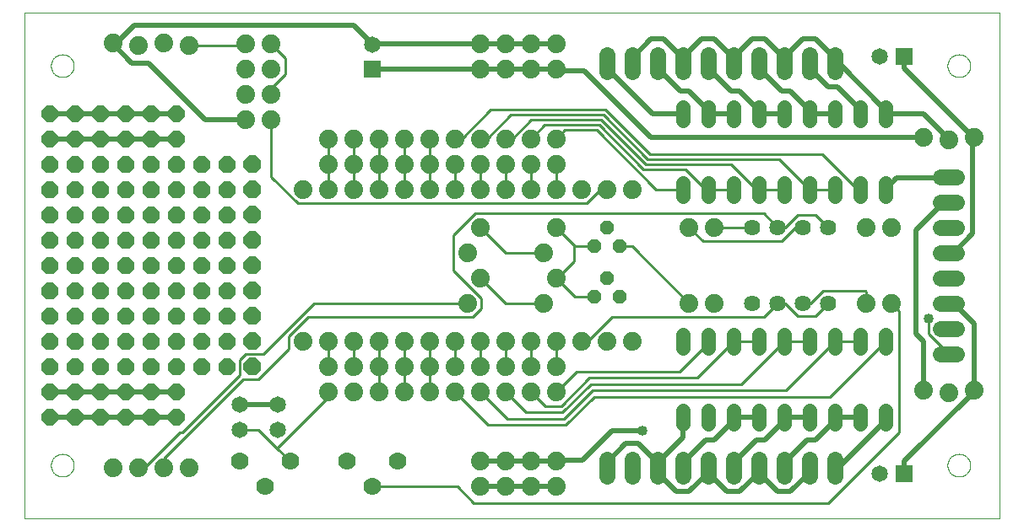
<source format=gtl>
G75*
%MOIN*%
%OFA0B0*%
%FSLAX25Y25*%
%IPPOS*%
%LPD*%
%AMOC8*
5,1,8,0,0,1.08239X$1,22.5*
%
%ADD10C,0.00000*%
%ADD11C,0.07400*%
%ADD12C,0.06400*%
%ADD13C,0.05600*%
%ADD14C,0.06500*%
%ADD15R,0.06500X0.06500*%
%ADD16C,0.06400*%
%ADD17OC8,0.06600*%
%ADD18C,0.07000*%
%ADD19OC8,0.06400*%
%ADD20OC8,0.07000*%
%ADD21OC8,0.05600*%
%ADD22C,0.02000*%
%ADD23C,0.04000*%
%ADD24C,0.01000*%
D10*
X0001000Y0001000D02*
X0001000Y0201000D01*
X0386000Y0201000D01*
X0386000Y0001000D01*
X0001000Y0001000D01*
X0011500Y0022000D02*
X0011502Y0022134D01*
X0011508Y0022268D01*
X0011518Y0022401D01*
X0011532Y0022535D01*
X0011550Y0022668D01*
X0011572Y0022800D01*
X0011597Y0022931D01*
X0011627Y0023062D01*
X0011661Y0023192D01*
X0011698Y0023320D01*
X0011739Y0023448D01*
X0011784Y0023574D01*
X0011833Y0023699D01*
X0011885Y0023822D01*
X0011941Y0023944D01*
X0012001Y0024064D01*
X0012064Y0024182D01*
X0012131Y0024298D01*
X0012201Y0024412D01*
X0012275Y0024524D01*
X0012352Y0024634D01*
X0012432Y0024742D01*
X0012515Y0024847D01*
X0012601Y0024949D01*
X0012690Y0025049D01*
X0012783Y0025146D01*
X0012878Y0025241D01*
X0012976Y0025332D01*
X0013076Y0025421D01*
X0013179Y0025506D01*
X0013285Y0025589D01*
X0013393Y0025668D01*
X0013503Y0025744D01*
X0013616Y0025817D01*
X0013731Y0025886D01*
X0013847Y0025952D01*
X0013966Y0026014D01*
X0014086Y0026073D01*
X0014209Y0026128D01*
X0014332Y0026180D01*
X0014457Y0026227D01*
X0014584Y0026271D01*
X0014712Y0026312D01*
X0014841Y0026348D01*
X0014971Y0026381D01*
X0015102Y0026409D01*
X0015233Y0026434D01*
X0015366Y0026455D01*
X0015499Y0026472D01*
X0015632Y0026485D01*
X0015766Y0026494D01*
X0015900Y0026499D01*
X0016034Y0026500D01*
X0016167Y0026497D01*
X0016301Y0026490D01*
X0016435Y0026479D01*
X0016568Y0026464D01*
X0016701Y0026445D01*
X0016833Y0026422D01*
X0016964Y0026396D01*
X0017094Y0026365D01*
X0017224Y0026330D01*
X0017352Y0026292D01*
X0017479Y0026250D01*
X0017605Y0026204D01*
X0017730Y0026154D01*
X0017853Y0026101D01*
X0017974Y0026044D01*
X0018094Y0025983D01*
X0018211Y0025919D01*
X0018327Y0025852D01*
X0018441Y0025781D01*
X0018552Y0025706D01*
X0018661Y0025629D01*
X0018768Y0025548D01*
X0018873Y0025464D01*
X0018974Y0025377D01*
X0019074Y0025287D01*
X0019170Y0025194D01*
X0019264Y0025098D01*
X0019355Y0024999D01*
X0019442Y0024898D01*
X0019527Y0024794D01*
X0019609Y0024688D01*
X0019687Y0024580D01*
X0019762Y0024469D01*
X0019834Y0024356D01*
X0019903Y0024240D01*
X0019968Y0024123D01*
X0020029Y0024004D01*
X0020087Y0023883D01*
X0020141Y0023761D01*
X0020192Y0023637D01*
X0020239Y0023511D01*
X0020282Y0023384D01*
X0020321Y0023256D01*
X0020357Y0023127D01*
X0020388Y0022997D01*
X0020416Y0022866D01*
X0020440Y0022734D01*
X0020460Y0022601D01*
X0020476Y0022468D01*
X0020488Y0022335D01*
X0020496Y0022201D01*
X0020500Y0022067D01*
X0020500Y0021933D01*
X0020496Y0021799D01*
X0020488Y0021665D01*
X0020476Y0021532D01*
X0020460Y0021399D01*
X0020440Y0021266D01*
X0020416Y0021134D01*
X0020388Y0021003D01*
X0020357Y0020873D01*
X0020321Y0020744D01*
X0020282Y0020616D01*
X0020239Y0020489D01*
X0020192Y0020363D01*
X0020141Y0020239D01*
X0020087Y0020117D01*
X0020029Y0019996D01*
X0019968Y0019877D01*
X0019903Y0019760D01*
X0019834Y0019644D01*
X0019762Y0019531D01*
X0019687Y0019420D01*
X0019609Y0019312D01*
X0019527Y0019206D01*
X0019442Y0019102D01*
X0019355Y0019001D01*
X0019264Y0018902D01*
X0019170Y0018806D01*
X0019074Y0018713D01*
X0018974Y0018623D01*
X0018873Y0018536D01*
X0018768Y0018452D01*
X0018661Y0018371D01*
X0018552Y0018294D01*
X0018441Y0018219D01*
X0018327Y0018148D01*
X0018211Y0018081D01*
X0018094Y0018017D01*
X0017974Y0017956D01*
X0017853Y0017899D01*
X0017730Y0017846D01*
X0017605Y0017796D01*
X0017479Y0017750D01*
X0017352Y0017708D01*
X0017224Y0017670D01*
X0017094Y0017635D01*
X0016964Y0017604D01*
X0016833Y0017578D01*
X0016701Y0017555D01*
X0016568Y0017536D01*
X0016435Y0017521D01*
X0016301Y0017510D01*
X0016167Y0017503D01*
X0016034Y0017500D01*
X0015900Y0017501D01*
X0015766Y0017506D01*
X0015632Y0017515D01*
X0015499Y0017528D01*
X0015366Y0017545D01*
X0015233Y0017566D01*
X0015102Y0017591D01*
X0014971Y0017619D01*
X0014841Y0017652D01*
X0014712Y0017688D01*
X0014584Y0017729D01*
X0014457Y0017773D01*
X0014332Y0017820D01*
X0014209Y0017872D01*
X0014086Y0017927D01*
X0013966Y0017986D01*
X0013847Y0018048D01*
X0013731Y0018114D01*
X0013616Y0018183D01*
X0013503Y0018256D01*
X0013393Y0018332D01*
X0013285Y0018411D01*
X0013179Y0018494D01*
X0013076Y0018579D01*
X0012976Y0018668D01*
X0012878Y0018759D01*
X0012783Y0018854D01*
X0012690Y0018951D01*
X0012601Y0019051D01*
X0012515Y0019153D01*
X0012432Y0019258D01*
X0012352Y0019366D01*
X0012275Y0019476D01*
X0012201Y0019588D01*
X0012131Y0019702D01*
X0012064Y0019818D01*
X0012001Y0019936D01*
X0011941Y0020056D01*
X0011885Y0020178D01*
X0011833Y0020301D01*
X0011784Y0020426D01*
X0011739Y0020552D01*
X0011698Y0020680D01*
X0011661Y0020808D01*
X0011627Y0020938D01*
X0011597Y0021069D01*
X0011572Y0021200D01*
X0011550Y0021332D01*
X0011532Y0021465D01*
X0011518Y0021599D01*
X0011508Y0021732D01*
X0011502Y0021866D01*
X0011500Y0022000D01*
X0011500Y0180000D02*
X0011502Y0180134D01*
X0011508Y0180268D01*
X0011518Y0180401D01*
X0011532Y0180535D01*
X0011550Y0180668D01*
X0011572Y0180800D01*
X0011597Y0180931D01*
X0011627Y0181062D01*
X0011661Y0181192D01*
X0011698Y0181320D01*
X0011739Y0181448D01*
X0011784Y0181574D01*
X0011833Y0181699D01*
X0011885Y0181822D01*
X0011941Y0181944D01*
X0012001Y0182064D01*
X0012064Y0182182D01*
X0012131Y0182298D01*
X0012201Y0182412D01*
X0012275Y0182524D01*
X0012352Y0182634D01*
X0012432Y0182742D01*
X0012515Y0182847D01*
X0012601Y0182949D01*
X0012690Y0183049D01*
X0012783Y0183146D01*
X0012878Y0183241D01*
X0012976Y0183332D01*
X0013076Y0183421D01*
X0013179Y0183506D01*
X0013285Y0183589D01*
X0013393Y0183668D01*
X0013503Y0183744D01*
X0013616Y0183817D01*
X0013731Y0183886D01*
X0013847Y0183952D01*
X0013966Y0184014D01*
X0014086Y0184073D01*
X0014209Y0184128D01*
X0014332Y0184180D01*
X0014457Y0184227D01*
X0014584Y0184271D01*
X0014712Y0184312D01*
X0014841Y0184348D01*
X0014971Y0184381D01*
X0015102Y0184409D01*
X0015233Y0184434D01*
X0015366Y0184455D01*
X0015499Y0184472D01*
X0015632Y0184485D01*
X0015766Y0184494D01*
X0015900Y0184499D01*
X0016034Y0184500D01*
X0016167Y0184497D01*
X0016301Y0184490D01*
X0016435Y0184479D01*
X0016568Y0184464D01*
X0016701Y0184445D01*
X0016833Y0184422D01*
X0016964Y0184396D01*
X0017094Y0184365D01*
X0017224Y0184330D01*
X0017352Y0184292D01*
X0017479Y0184250D01*
X0017605Y0184204D01*
X0017730Y0184154D01*
X0017853Y0184101D01*
X0017974Y0184044D01*
X0018094Y0183983D01*
X0018211Y0183919D01*
X0018327Y0183852D01*
X0018441Y0183781D01*
X0018552Y0183706D01*
X0018661Y0183629D01*
X0018768Y0183548D01*
X0018873Y0183464D01*
X0018974Y0183377D01*
X0019074Y0183287D01*
X0019170Y0183194D01*
X0019264Y0183098D01*
X0019355Y0182999D01*
X0019442Y0182898D01*
X0019527Y0182794D01*
X0019609Y0182688D01*
X0019687Y0182580D01*
X0019762Y0182469D01*
X0019834Y0182356D01*
X0019903Y0182240D01*
X0019968Y0182123D01*
X0020029Y0182004D01*
X0020087Y0181883D01*
X0020141Y0181761D01*
X0020192Y0181637D01*
X0020239Y0181511D01*
X0020282Y0181384D01*
X0020321Y0181256D01*
X0020357Y0181127D01*
X0020388Y0180997D01*
X0020416Y0180866D01*
X0020440Y0180734D01*
X0020460Y0180601D01*
X0020476Y0180468D01*
X0020488Y0180335D01*
X0020496Y0180201D01*
X0020500Y0180067D01*
X0020500Y0179933D01*
X0020496Y0179799D01*
X0020488Y0179665D01*
X0020476Y0179532D01*
X0020460Y0179399D01*
X0020440Y0179266D01*
X0020416Y0179134D01*
X0020388Y0179003D01*
X0020357Y0178873D01*
X0020321Y0178744D01*
X0020282Y0178616D01*
X0020239Y0178489D01*
X0020192Y0178363D01*
X0020141Y0178239D01*
X0020087Y0178117D01*
X0020029Y0177996D01*
X0019968Y0177877D01*
X0019903Y0177760D01*
X0019834Y0177644D01*
X0019762Y0177531D01*
X0019687Y0177420D01*
X0019609Y0177312D01*
X0019527Y0177206D01*
X0019442Y0177102D01*
X0019355Y0177001D01*
X0019264Y0176902D01*
X0019170Y0176806D01*
X0019074Y0176713D01*
X0018974Y0176623D01*
X0018873Y0176536D01*
X0018768Y0176452D01*
X0018661Y0176371D01*
X0018552Y0176294D01*
X0018441Y0176219D01*
X0018327Y0176148D01*
X0018211Y0176081D01*
X0018094Y0176017D01*
X0017974Y0175956D01*
X0017853Y0175899D01*
X0017730Y0175846D01*
X0017605Y0175796D01*
X0017479Y0175750D01*
X0017352Y0175708D01*
X0017224Y0175670D01*
X0017094Y0175635D01*
X0016964Y0175604D01*
X0016833Y0175578D01*
X0016701Y0175555D01*
X0016568Y0175536D01*
X0016435Y0175521D01*
X0016301Y0175510D01*
X0016167Y0175503D01*
X0016034Y0175500D01*
X0015900Y0175501D01*
X0015766Y0175506D01*
X0015632Y0175515D01*
X0015499Y0175528D01*
X0015366Y0175545D01*
X0015233Y0175566D01*
X0015102Y0175591D01*
X0014971Y0175619D01*
X0014841Y0175652D01*
X0014712Y0175688D01*
X0014584Y0175729D01*
X0014457Y0175773D01*
X0014332Y0175820D01*
X0014209Y0175872D01*
X0014086Y0175927D01*
X0013966Y0175986D01*
X0013847Y0176048D01*
X0013731Y0176114D01*
X0013616Y0176183D01*
X0013503Y0176256D01*
X0013393Y0176332D01*
X0013285Y0176411D01*
X0013179Y0176494D01*
X0013076Y0176579D01*
X0012976Y0176668D01*
X0012878Y0176759D01*
X0012783Y0176854D01*
X0012690Y0176951D01*
X0012601Y0177051D01*
X0012515Y0177153D01*
X0012432Y0177258D01*
X0012352Y0177366D01*
X0012275Y0177476D01*
X0012201Y0177588D01*
X0012131Y0177702D01*
X0012064Y0177818D01*
X0012001Y0177936D01*
X0011941Y0178056D01*
X0011885Y0178178D01*
X0011833Y0178301D01*
X0011784Y0178426D01*
X0011739Y0178552D01*
X0011698Y0178680D01*
X0011661Y0178808D01*
X0011627Y0178938D01*
X0011597Y0179069D01*
X0011572Y0179200D01*
X0011550Y0179332D01*
X0011532Y0179465D01*
X0011518Y0179599D01*
X0011508Y0179732D01*
X0011502Y0179866D01*
X0011500Y0180000D01*
X0365500Y0180000D02*
X0365502Y0180134D01*
X0365508Y0180268D01*
X0365518Y0180401D01*
X0365532Y0180535D01*
X0365550Y0180668D01*
X0365572Y0180800D01*
X0365597Y0180931D01*
X0365627Y0181062D01*
X0365661Y0181192D01*
X0365698Y0181320D01*
X0365739Y0181448D01*
X0365784Y0181574D01*
X0365833Y0181699D01*
X0365885Y0181822D01*
X0365941Y0181944D01*
X0366001Y0182064D01*
X0366064Y0182182D01*
X0366131Y0182298D01*
X0366201Y0182412D01*
X0366275Y0182524D01*
X0366352Y0182634D01*
X0366432Y0182742D01*
X0366515Y0182847D01*
X0366601Y0182949D01*
X0366690Y0183049D01*
X0366783Y0183146D01*
X0366878Y0183241D01*
X0366976Y0183332D01*
X0367076Y0183421D01*
X0367179Y0183506D01*
X0367285Y0183589D01*
X0367393Y0183668D01*
X0367503Y0183744D01*
X0367616Y0183817D01*
X0367731Y0183886D01*
X0367847Y0183952D01*
X0367966Y0184014D01*
X0368086Y0184073D01*
X0368209Y0184128D01*
X0368332Y0184180D01*
X0368457Y0184227D01*
X0368584Y0184271D01*
X0368712Y0184312D01*
X0368841Y0184348D01*
X0368971Y0184381D01*
X0369102Y0184409D01*
X0369233Y0184434D01*
X0369366Y0184455D01*
X0369499Y0184472D01*
X0369632Y0184485D01*
X0369766Y0184494D01*
X0369900Y0184499D01*
X0370034Y0184500D01*
X0370167Y0184497D01*
X0370301Y0184490D01*
X0370435Y0184479D01*
X0370568Y0184464D01*
X0370701Y0184445D01*
X0370833Y0184422D01*
X0370964Y0184396D01*
X0371094Y0184365D01*
X0371224Y0184330D01*
X0371352Y0184292D01*
X0371479Y0184250D01*
X0371605Y0184204D01*
X0371730Y0184154D01*
X0371853Y0184101D01*
X0371974Y0184044D01*
X0372094Y0183983D01*
X0372211Y0183919D01*
X0372327Y0183852D01*
X0372441Y0183781D01*
X0372552Y0183706D01*
X0372661Y0183629D01*
X0372768Y0183548D01*
X0372873Y0183464D01*
X0372974Y0183377D01*
X0373074Y0183287D01*
X0373170Y0183194D01*
X0373264Y0183098D01*
X0373355Y0182999D01*
X0373442Y0182898D01*
X0373527Y0182794D01*
X0373609Y0182688D01*
X0373687Y0182580D01*
X0373762Y0182469D01*
X0373834Y0182356D01*
X0373903Y0182240D01*
X0373968Y0182123D01*
X0374029Y0182004D01*
X0374087Y0181883D01*
X0374141Y0181761D01*
X0374192Y0181637D01*
X0374239Y0181511D01*
X0374282Y0181384D01*
X0374321Y0181256D01*
X0374357Y0181127D01*
X0374388Y0180997D01*
X0374416Y0180866D01*
X0374440Y0180734D01*
X0374460Y0180601D01*
X0374476Y0180468D01*
X0374488Y0180335D01*
X0374496Y0180201D01*
X0374500Y0180067D01*
X0374500Y0179933D01*
X0374496Y0179799D01*
X0374488Y0179665D01*
X0374476Y0179532D01*
X0374460Y0179399D01*
X0374440Y0179266D01*
X0374416Y0179134D01*
X0374388Y0179003D01*
X0374357Y0178873D01*
X0374321Y0178744D01*
X0374282Y0178616D01*
X0374239Y0178489D01*
X0374192Y0178363D01*
X0374141Y0178239D01*
X0374087Y0178117D01*
X0374029Y0177996D01*
X0373968Y0177877D01*
X0373903Y0177760D01*
X0373834Y0177644D01*
X0373762Y0177531D01*
X0373687Y0177420D01*
X0373609Y0177312D01*
X0373527Y0177206D01*
X0373442Y0177102D01*
X0373355Y0177001D01*
X0373264Y0176902D01*
X0373170Y0176806D01*
X0373074Y0176713D01*
X0372974Y0176623D01*
X0372873Y0176536D01*
X0372768Y0176452D01*
X0372661Y0176371D01*
X0372552Y0176294D01*
X0372441Y0176219D01*
X0372327Y0176148D01*
X0372211Y0176081D01*
X0372094Y0176017D01*
X0371974Y0175956D01*
X0371853Y0175899D01*
X0371730Y0175846D01*
X0371605Y0175796D01*
X0371479Y0175750D01*
X0371352Y0175708D01*
X0371224Y0175670D01*
X0371094Y0175635D01*
X0370964Y0175604D01*
X0370833Y0175578D01*
X0370701Y0175555D01*
X0370568Y0175536D01*
X0370435Y0175521D01*
X0370301Y0175510D01*
X0370167Y0175503D01*
X0370034Y0175500D01*
X0369900Y0175501D01*
X0369766Y0175506D01*
X0369632Y0175515D01*
X0369499Y0175528D01*
X0369366Y0175545D01*
X0369233Y0175566D01*
X0369102Y0175591D01*
X0368971Y0175619D01*
X0368841Y0175652D01*
X0368712Y0175688D01*
X0368584Y0175729D01*
X0368457Y0175773D01*
X0368332Y0175820D01*
X0368209Y0175872D01*
X0368086Y0175927D01*
X0367966Y0175986D01*
X0367847Y0176048D01*
X0367731Y0176114D01*
X0367616Y0176183D01*
X0367503Y0176256D01*
X0367393Y0176332D01*
X0367285Y0176411D01*
X0367179Y0176494D01*
X0367076Y0176579D01*
X0366976Y0176668D01*
X0366878Y0176759D01*
X0366783Y0176854D01*
X0366690Y0176951D01*
X0366601Y0177051D01*
X0366515Y0177153D01*
X0366432Y0177258D01*
X0366352Y0177366D01*
X0366275Y0177476D01*
X0366201Y0177588D01*
X0366131Y0177702D01*
X0366064Y0177818D01*
X0366001Y0177936D01*
X0365941Y0178056D01*
X0365885Y0178178D01*
X0365833Y0178301D01*
X0365784Y0178426D01*
X0365739Y0178552D01*
X0365698Y0178680D01*
X0365661Y0178808D01*
X0365627Y0178938D01*
X0365597Y0179069D01*
X0365572Y0179200D01*
X0365550Y0179332D01*
X0365532Y0179465D01*
X0365518Y0179599D01*
X0365508Y0179732D01*
X0365502Y0179866D01*
X0365500Y0180000D01*
X0365500Y0022000D02*
X0365502Y0022134D01*
X0365508Y0022268D01*
X0365518Y0022401D01*
X0365532Y0022535D01*
X0365550Y0022668D01*
X0365572Y0022800D01*
X0365597Y0022931D01*
X0365627Y0023062D01*
X0365661Y0023192D01*
X0365698Y0023320D01*
X0365739Y0023448D01*
X0365784Y0023574D01*
X0365833Y0023699D01*
X0365885Y0023822D01*
X0365941Y0023944D01*
X0366001Y0024064D01*
X0366064Y0024182D01*
X0366131Y0024298D01*
X0366201Y0024412D01*
X0366275Y0024524D01*
X0366352Y0024634D01*
X0366432Y0024742D01*
X0366515Y0024847D01*
X0366601Y0024949D01*
X0366690Y0025049D01*
X0366783Y0025146D01*
X0366878Y0025241D01*
X0366976Y0025332D01*
X0367076Y0025421D01*
X0367179Y0025506D01*
X0367285Y0025589D01*
X0367393Y0025668D01*
X0367503Y0025744D01*
X0367616Y0025817D01*
X0367731Y0025886D01*
X0367847Y0025952D01*
X0367966Y0026014D01*
X0368086Y0026073D01*
X0368209Y0026128D01*
X0368332Y0026180D01*
X0368457Y0026227D01*
X0368584Y0026271D01*
X0368712Y0026312D01*
X0368841Y0026348D01*
X0368971Y0026381D01*
X0369102Y0026409D01*
X0369233Y0026434D01*
X0369366Y0026455D01*
X0369499Y0026472D01*
X0369632Y0026485D01*
X0369766Y0026494D01*
X0369900Y0026499D01*
X0370034Y0026500D01*
X0370167Y0026497D01*
X0370301Y0026490D01*
X0370435Y0026479D01*
X0370568Y0026464D01*
X0370701Y0026445D01*
X0370833Y0026422D01*
X0370964Y0026396D01*
X0371094Y0026365D01*
X0371224Y0026330D01*
X0371352Y0026292D01*
X0371479Y0026250D01*
X0371605Y0026204D01*
X0371730Y0026154D01*
X0371853Y0026101D01*
X0371974Y0026044D01*
X0372094Y0025983D01*
X0372211Y0025919D01*
X0372327Y0025852D01*
X0372441Y0025781D01*
X0372552Y0025706D01*
X0372661Y0025629D01*
X0372768Y0025548D01*
X0372873Y0025464D01*
X0372974Y0025377D01*
X0373074Y0025287D01*
X0373170Y0025194D01*
X0373264Y0025098D01*
X0373355Y0024999D01*
X0373442Y0024898D01*
X0373527Y0024794D01*
X0373609Y0024688D01*
X0373687Y0024580D01*
X0373762Y0024469D01*
X0373834Y0024356D01*
X0373903Y0024240D01*
X0373968Y0024123D01*
X0374029Y0024004D01*
X0374087Y0023883D01*
X0374141Y0023761D01*
X0374192Y0023637D01*
X0374239Y0023511D01*
X0374282Y0023384D01*
X0374321Y0023256D01*
X0374357Y0023127D01*
X0374388Y0022997D01*
X0374416Y0022866D01*
X0374440Y0022734D01*
X0374460Y0022601D01*
X0374476Y0022468D01*
X0374488Y0022335D01*
X0374496Y0022201D01*
X0374500Y0022067D01*
X0374500Y0021933D01*
X0374496Y0021799D01*
X0374488Y0021665D01*
X0374476Y0021532D01*
X0374460Y0021399D01*
X0374440Y0021266D01*
X0374416Y0021134D01*
X0374388Y0021003D01*
X0374357Y0020873D01*
X0374321Y0020744D01*
X0374282Y0020616D01*
X0374239Y0020489D01*
X0374192Y0020363D01*
X0374141Y0020239D01*
X0374087Y0020117D01*
X0374029Y0019996D01*
X0373968Y0019877D01*
X0373903Y0019760D01*
X0373834Y0019644D01*
X0373762Y0019531D01*
X0373687Y0019420D01*
X0373609Y0019312D01*
X0373527Y0019206D01*
X0373442Y0019102D01*
X0373355Y0019001D01*
X0373264Y0018902D01*
X0373170Y0018806D01*
X0373074Y0018713D01*
X0372974Y0018623D01*
X0372873Y0018536D01*
X0372768Y0018452D01*
X0372661Y0018371D01*
X0372552Y0018294D01*
X0372441Y0018219D01*
X0372327Y0018148D01*
X0372211Y0018081D01*
X0372094Y0018017D01*
X0371974Y0017956D01*
X0371853Y0017899D01*
X0371730Y0017846D01*
X0371605Y0017796D01*
X0371479Y0017750D01*
X0371352Y0017708D01*
X0371224Y0017670D01*
X0371094Y0017635D01*
X0370964Y0017604D01*
X0370833Y0017578D01*
X0370701Y0017555D01*
X0370568Y0017536D01*
X0370435Y0017521D01*
X0370301Y0017510D01*
X0370167Y0017503D01*
X0370034Y0017500D01*
X0369900Y0017501D01*
X0369766Y0017506D01*
X0369632Y0017515D01*
X0369499Y0017528D01*
X0369366Y0017545D01*
X0369233Y0017566D01*
X0369102Y0017591D01*
X0368971Y0017619D01*
X0368841Y0017652D01*
X0368712Y0017688D01*
X0368584Y0017729D01*
X0368457Y0017773D01*
X0368332Y0017820D01*
X0368209Y0017872D01*
X0368086Y0017927D01*
X0367966Y0017986D01*
X0367847Y0018048D01*
X0367731Y0018114D01*
X0367616Y0018183D01*
X0367503Y0018256D01*
X0367393Y0018332D01*
X0367285Y0018411D01*
X0367179Y0018494D01*
X0367076Y0018579D01*
X0366976Y0018668D01*
X0366878Y0018759D01*
X0366783Y0018854D01*
X0366690Y0018951D01*
X0366601Y0019051D01*
X0366515Y0019153D01*
X0366432Y0019258D01*
X0366352Y0019366D01*
X0366275Y0019476D01*
X0366201Y0019588D01*
X0366131Y0019702D01*
X0366064Y0019818D01*
X0366001Y0019936D01*
X0365941Y0020056D01*
X0365885Y0020178D01*
X0365833Y0020301D01*
X0365784Y0020426D01*
X0365739Y0020552D01*
X0365698Y0020680D01*
X0365661Y0020808D01*
X0365627Y0020938D01*
X0365597Y0021069D01*
X0365572Y0021200D01*
X0365550Y0021332D01*
X0365532Y0021465D01*
X0365518Y0021599D01*
X0365508Y0021732D01*
X0365502Y0021866D01*
X0365500Y0022000D01*
D11*
X0366000Y0050500D03*
X0356000Y0051500D03*
X0376000Y0051500D03*
X0343500Y0086000D03*
X0333500Y0086000D03*
X0333500Y0116000D03*
X0343500Y0116000D03*
X0366000Y0150500D03*
X0356000Y0151500D03*
X0376000Y0151500D03*
X0273500Y0116000D03*
X0263500Y0116000D03*
X0241000Y0131000D03*
X0231000Y0131000D03*
X0221000Y0131000D03*
X0211000Y0131000D03*
X0201000Y0131000D03*
X0191000Y0131000D03*
X0181000Y0131000D03*
X0171000Y0131000D03*
X0161000Y0131000D03*
X0151000Y0131000D03*
X0141000Y0131000D03*
X0131000Y0131000D03*
X0121000Y0131000D03*
X0111000Y0131000D03*
X0121000Y0141000D03*
X0131000Y0141000D03*
X0141000Y0141000D03*
X0151000Y0141000D03*
X0161000Y0141000D03*
X0171000Y0141000D03*
X0181000Y0141000D03*
X0191000Y0141000D03*
X0201000Y0141000D03*
X0211000Y0141000D03*
X0211000Y0151000D03*
X0201000Y0151000D03*
X0191000Y0151000D03*
X0181000Y0151000D03*
X0171000Y0151000D03*
X0161000Y0151000D03*
X0151000Y0151000D03*
X0141000Y0151000D03*
X0131000Y0151000D03*
X0121000Y0151000D03*
X0098500Y0158500D03*
X0088500Y0158500D03*
X0088500Y0168500D03*
X0098500Y0168500D03*
X0098500Y0178500D03*
X0088500Y0178500D03*
X0088500Y0188500D03*
X0098500Y0188500D03*
X0066000Y0188000D03*
X0056000Y0189000D03*
X0046000Y0188000D03*
X0036000Y0189000D03*
X0181000Y0188500D03*
X0191000Y0188500D03*
X0201000Y0188500D03*
X0211000Y0188500D03*
X0211000Y0178500D03*
X0201000Y0178500D03*
X0191000Y0178500D03*
X0181000Y0178500D03*
X0181000Y0116000D03*
X0176000Y0106000D03*
X0181000Y0096000D03*
X0176000Y0086000D03*
X0171000Y0071000D03*
X0181000Y0071000D03*
X0191000Y0071000D03*
X0201000Y0071000D03*
X0211000Y0071000D03*
X0221000Y0071000D03*
X0231000Y0071000D03*
X0241000Y0071000D03*
X0263500Y0086000D03*
X0273500Y0086000D03*
X0211000Y0096000D03*
X0206000Y0086000D03*
X0206000Y0106000D03*
X0211000Y0116000D03*
X0161000Y0071000D03*
X0151000Y0071000D03*
X0141000Y0071000D03*
X0131000Y0071000D03*
X0121000Y0071000D03*
X0111000Y0071000D03*
X0121000Y0061000D03*
X0131000Y0061000D03*
X0141000Y0061000D03*
X0151000Y0061000D03*
X0161000Y0061000D03*
X0171000Y0061000D03*
X0181000Y0061000D03*
X0191000Y0061000D03*
X0201000Y0061000D03*
X0211000Y0061000D03*
X0211000Y0051000D03*
X0201000Y0051000D03*
X0191000Y0051000D03*
X0181000Y0051000D03*
X0171000Y0051000D03*
X0161000Y0051000D03*
X0151000Y0051000D03*
X0141000Y0051000D03*
X0131000Y0051000D03*
X0121000Y0051000D03*
X0066000Y0021000D03*
X0056000Y0021000D03*
X0046000Y0021000D03*
X0036000Y0021000D03*
X0181000Y0023500D03*
X0191000Y0023500D03*
X0201000Y0023500D03*
X0211000Y0023500D03*
X0211000Y0013500D03*
X0201000Y0013500D03*
X0191000Y0013500D03*
X0181000Y0013500D03*
D12*
X0231000Y0017800D02*
X0231000Y0024200D01*
X0241000Y0024200D02*
X0241000Y0017800D01*
X0251000Y0017800D02*
X0251000Y0024200D01*
X0261000Y0024200D02*
X0261000Y0017800D01*
X0271000Y0017800D02*
X0271000Y0024200D01*
X0281000Y0024200D02*
X0281000Y0017800D01*
X0291000Y0017800D02*
X0291000Y0024200D01*
X0301000Y0024200D02*
X0301000Y0017800D01*
X0311000Y0017800D02*
X0311000Y0024200D01*
X0321000Y0024200D02*
X0321000Y0017800D01*
X0362800Y0066000D02*
X0369200Y0066000D01*
X0369200Y0076000D02*
X0362800Y0076000D01*
X0362800Y0086000D02*
X0369200Y0086000D01*
X0369200Y0096000D02*
X0362800Y0096000D01*
X0362800Y0106000D02*
X0369200Y0106000D01*
X0369200Y0116000D02*
X0362800Y0116000D01*
X0362800Y0126000D02*
X0369200Y0126000D01*
X0369200Y0136000D02*
X0362800Y0136000D01*
X0321000Y0177800D02*
X0321000Y0184200D01*
X0311000Y0184200D02*
X0311000Y0177800D01*
X0301000Y0177800D02*
X0301000Y0184200D01*
X0291000Y0184200D02*
X0291000Y0177800D01*
X0281000Y0177800D02*
X0281000Y0184200D01*
X0271000Y0184200D02*
X0271000Y0177800D01*
X0261000Y0177800D02*
X0261000Y0184200D01*
X0251000Y0184200D02*
X0251000Y0177800D01*
X0241000Y0177800D02*
X0241000Y0184200D01*
X0231000Y0184200D02*
X0231000Y0177800D01*
D13*
X0261000Y0163800D02*
X0261000Y0158200D01*
X0271000Y0158200D02*
X0271000Y0163800D01*
X0281000Y0163800D02*
X0281000Y0158200D01*
X0291000Y0158200D02*
X0291000Y0163800D01*
X0301000Y0163800D02*
X0301000Y0158200D01*
X0311000Y0158200D02*
X0311000Y0163800D01*
X0321000Y0163800D02*
X0321000Y0158200D01*
X0331000Y0158200D02*
X0331000Y0163800D01*
X0341000Y0163800D02*
X0341000Y0158200D01*
X0341000Y0133800D02*
X0341000Y0128200D01*
X0331000Y0128200D02*
X0331000Y0133800D01*
X0321000Y0133800D02*
X0321000Y0128200D01*
X0311000Y0128200D02*
X0311000Y0133800D01*
X0301000Y0133800D02*
X0301000Y0128200D01*
X0291000Y0128200D02*
X0291000Y0133800D01*
X0281000Y0133800D02*
X0281000Y0128200D01*
X0271000Y0128200D02*
X0271000Y0133800D01*
X0261000Y0133800D02*
X0261000Y0128200D01*
X0261000Y0073800D02*
X0261000Y0068200D01*
X0271000Y0068200D02*
X0271000Y0073800D01*
X0281000Y0073800D02*
X0281000Y0068200D01*
X0291000Y0068200D02*
X0291000Y0073800D01*
X0301000Y0073800D02*
X0301000Y0068200D01*
X0311000Y0068200D02*
X0311000Y0073800D01*
X0321000Y0073800D02*
X0321000Y0068200D01*
X0331000Y0068200D02*
X0331000Y0073800D01*
X0341000Y0073800D02*
X0341000Y0068200D01*
X0341000Y0043800D02*
X0341000Y0038200D01*
X0331000Y0038200D02*
X0331000Y0043800D01*
X0321000Y0043800D02*
X0321000Y0038200D01*
X0311000Y0038200D02*
X0311000Y0043800D01*
X0301000Y0043800D02*
X0301000Y0038200D01*
X0291000Y0038200D02*
X0291000Y0043800D01*
X0281000Y0043800D02*
X0281000Y0038200D01*
X0271000Y0038200D02*
X0271000Y0043800D01*
X0261000Y0043800D02*
X0261000Y0038200D01*
D14*
X0338579Y0018500D03*
X0101000Y0036000D03*
X0086000Y0036000D03*
X0086000Y0046000D03*
X0101000Y0046000D03*
X0338579Y0183500D03*
X0138500Y0188421D03*
D15*
X0138500Y0178579D03*
X0348421Y0183500D03*
X0348421Y0018500D03*
D16*
X0318500Y0086000D03*
X0308500Y0086000D03*
X0298500Y0086000D03*
X0288500Y0086000D03*
X0288500Y0116000D03*
X0298500Y0116000D03*
X0308500Y0116000D03*
X0318500Y0116000D03*
D17*
X0081000Y0111000D03*
X0071000Y0111000D03*
X0061000Y0111000D03*
X0051000Y0111000D03*
X0041000Y0111000D03*
X0031000Y0111000D03*
X0021000Y0111000D03*
X0011000Y0111000D03*
X0011000Y0101000D03*
X0021000Y0101000D03*
X0031000Y0101000D03*
X0041000Y0101000D03*
X0051000Y0101000D03*
X0061000Y0101000D03*
X0071000Y0101000D03*
X0081000Y0101000D03*
X0081000Y0091000D03*
X0071000Y0091000D03*
X0061000Y0091000D03*
X0051000Y0091000D03*
X0041000Y0091000D03*
X0031000Y0091000D03*
X0021000Y0091000D03*
X0011000Y0091000D03*
X0011000Y0081000D03*
X0021000Y0081000D03*
X0031000Y0081000D03*
X0041000Y0081000D03*
X0051000Y0081000D03*
X0061000Y0081000D03*
X0071000Y0081000D03*
X0081000Y0081000D03*
X0081000Y0071000D03*
X0071000Y0071000D03*
X0061000Y0071000D03*
X0051000Y0071000D03*
X0041000Y0071000D03*
X0031000Y0071000D03*
X0021000Y0071000D03*
X0011000Y0071000D03*
X0011000Y0061000D03*
X0021000Y0061000D03*
X0031000Y0061000D03*
X0041000Y0061000D03*
X0051000Y0061000D03*
X0061000Y0061000D03*
X0071000Y0061000D03*
X0081000Y0061000D03*
X0081000Y0121000D03*
X0071000Y0121000D03*
X0061000Y0121000D03*
X0051000Y0121000D03*
X0041000Y0121000D03*
X0031000Y0121000D03*
X0021000Y0121000D03*
X0011000Y0121000D03*
X0011000Y0131000D03*
X0021000Y0131000D03*
X0031000Y0131000D03*
X0041000Y0131000D03*
X0051000Y0131000D03*
X0061000Y0131000D03*
X0071000Y0131000D03*
X0081000Y0131000D03*
X0081000Y0141000D03*
X0071000Y0141000D03*
X0061000Y0141000D03*
X0051000Y0141000D03*
X0041000Y0141000D03*
X0031000Y0141000D03*
X0021000Y0141000D03*
X0011000Y0141000D03*
D18*
X0086000Y0023500D03*
X0096000Y0013500D03*
X0106000Y0023500D03*
X0128500Y0023500D03*
X0138500Y0013500D03*
X0148500Y0023500D03*
D19*
X0061000Y0041000D03*
X0051000Y0041000D03*
X0041000Y0041000D03*
X0031000Y0041000D03*
X0021000Y0041000D03*
X0011000Y0041000D03*
X0011000Y0051000D03*
X0021000Y0051000D03*
X0031000Y0051000D03*
X0041000Y0051000D03*
X0051000Y0051000D03*
X0061000Y0051000D03*
X0061000Y0151000D03*
X0051000Y0151000D03*
X0041000Y0151000D03*
X0031000Y0151000D03*
X0021000Y0151000D03*
X0011000Y0151000D03*
X0011000Y0161000D03*
X0021000Y0161000D03*
X0031000Y0161000D03*
X0041000Y0161000D03*
X0051000Y0161000D03*
X0061000Y0161000D03*
D20*
X0091000Y0141000D03*
X0091000Y0131000D03*
X0091000Y0121000D03*
X0091000Y0111000D03*
X0091000Y0101000D03*
X0091000Y0091000D03*
X0091000Y0081000D03*
X0091000Y0071000D03*
X0091000Y0061000D03*
D21*
X0226000Y0088500D03*
X0236000Y0088500D03*
X0231000Y0096000D03*
X0226000Y0108500D03*
X0236000Y0108500D03*
X0231000Y0116000D03*
D22*
X0248500Y0151500D02*
X0356000Y0151500D01*
X0356000Y0161000D02*
X0366000Y0151000D01*
X0366000Y0150500D01*
X0375500Y0151000D02*
X0376000Y0151500D01*
X0375500Y0152000D01*
X0348500Y0179000D01*
X0348500Y0183500D01*
X0348421Y0183500D01*
X0340500Y0163000D02*
X0323000Y0180500D01*
X0321500Y0180500D01*
X0321000Y0181000D01*
X0321000Y0183000D01*
X0313500Y0190500D01*
X0308500Y0190500D01*
X0301500Y0183500D01*
X0301000Y0181000D01*
X0301000Y0183000D01*
X0293500Y0190500D01*
X0288500Y0190500D01*
X0281500Y0183500D01*
X0281000Y0181000D01*
X0281000Y0183000D01*
X0273500Y0190500D01*
X0268500Y0190500D01*
X0261500Y0183500D01*
X0261000Y0181000D01*
X0261000Y0183000D01*
X0253500Y0190500D01*
X0248500Y0190500D01*
X0241000Y0183000D01*
X0241000Y0181000D01*
X0251000Y0181000D02*
X0251000Y0179000D01*
X0260000Y0170000D01*
X0263500Y0170000D01*
X0270500Y0163000D01*
X0270500Y0161500D01*
X0271000Y0161000D01*
X0281000Y0161000D01*
X0283500Y0170000D02*
X0290500Y0163000D01*
X0290500Y0161500D01*
X0291000Y0161000D01*
X0301000Y0161000D01*
X0303500Y0170000D02*
X0310500Y0163000D01*
X0310500Y0161500D01*
X0311000Y0161000D01*
X0321000Y0161000D01*
X0331000Y0161000D02*
X0331000Y0162500D01*
X0322000Y0171500D01*
X0318500Y0171500D01*
X0311000Y0179000D01*
X0311000Y0181000D01*
X0303500Y0170000D02*
X0300000Y0170000D01*
X0291000Y0179000D01*
X0291000Y0181000D01*
X0283500Y0170000D02*
X0280000Y0170000D01*
X0271000Y0179000D01*
X0271000Y0181000D01*
X0261000Y0161000D02*
X0249000Y0161000D01*
X0231000Y0179000D01*
X0231000Y0181000D01*
X0222000Y0178000D02*
X0248500Y0151500D01*
X0222000Y0178000D02*
X0211500Y0178000D01*
X0211000Y0178500D01*
X0201500Y0178500D01*
X0201000Y0178500D01*
X0191500Y0178500D01*
X0191000Y0178500D01*
X0181500Y0178500D01*
X0181000Y0178500D01*
X0138500Y0178500D01*
X0138500Y0178579D01*
X0138500Y0188421D02*
X0138000Y0189000D01*
X0131000Y0196000D01*
X0044500Y0196000D01*
X0037000Y0188500D01*
X0036000Y0189000D01*
X0036000Y0188500D01*
X0043500Y0181000D01*
X0050000Y0181000D01*
X0072500Y0158500D01*
X0088500Y0158500D01*
X0061000Y0161000D02*
X0051500Y0161000D01*
X0051000Y0161000D01*
X0041500Y0161000D01*
X0041000Y0161000D01*
X0031500Y0161000D01*
X0031000Y0161000D01*
X0021500Y0161000D01*
X0021000Y0161000D01*
X0011000Y0161000D01*
X0011000Y0151000D02*
X0021000Y0151000D01*
X0021500Y0151000D01*
X0031000Y0151000D01*
X0031500Y0151000D01*
X0041000Y0151000D01*
X0041500Y0151000D01*
X0051000Y0151000D01*
X0051500Y0151000D01*
X0061000Y0151000D01*
X0138500Y0188421D02*
X0138500Y0188500D01*
X0181000Y0188500D01*
X0191000Y0188500D01*
X0201000Y0188500D01*
X0211000Y0188500D01*
X0340500Y0163000D02*
X0340500Y0161500D01*
X0341000Y0161000D01*
X0356000Y0161000D01*
X0375500Y0151000D02*
X0375500Y0113500D01*
X0368000Y0106000D01*
X0366000Y0106000D01*
X0353000Y0115000D02*
X0364000Y0126000D01*
X0366000Y0126000D01*
X0363500Y0135500D02*
X0345500Y0135500D01*
X0341000Y0131000D01*
X0363500Y0135500D02*
X0366000Y0136000D01*
X0353000Y0115000D02*
X0353000Y0074000D01*
X0356000Y0071000D01*
X0356000Y0051500D01*
X0341000Y0041000D02*
X0341000Y0039500D01*
X0322500Y0021000D01*
X0321000Y0021000D01*
X0311000Y0021000D02*
X0311000Y0019000D01*
X0303500Y0011500D01*
X0298500Y0011500D01*
X0291500Y0018500D01*
X0291000Y0021000D01*
X0291000Y0019000D01*
X0283500Y0011500D01*
X0278500Y0011500D01*
X0271500Y0018500D01*
X0271000Y0021000D01*
X0271000Y0019000D01*
X0263500Y0011500D01*
X0258500Y0011500D01*
X0251000Y0019000D01*
X0251000Y0020000D01*
X0251000Y0021000D01*
X0250500Y0023500D01*
X0243500Y0030500D01*
X0238500Y0030500D01*
X0231000Y0023000D01*
X0231000Y0021000D01*
X0221500Y0024000D02*
X0211500Y0024000D01*
X0211000Y0023500D01*
X0201500Y0023500D01*
X0201000Y0023500D01*
X0191500Y0023500D01*
X0191000Y0023500D01*
X0181000Y0023500D01*
X0181000Y0013500D02*
X0191000Y0013500D01*
X0201000Y0013500D01*
X0211000Y0013500D01*
X0221500Y0024000D02*
X0233000Y0035500D01*
X0245000Y0035500D01*
X0251000Y0023000D02*
X0261000Y0033000D01*
X0261000Y0041000D01*
X0270000Y0032000D02*
X0273500Y0032000D01*
X0280500Y0039000D01*
X0280500Y0040500D01*
X0281000Y0041000D01*
X0291000Y0041000D01*
X0293500Y0032000D02*
X0300500Y0039000D01*
X0300500Y0040500D01*
X0301000Y0041000D01*
X0311000Y0041000D01*
X0313500Y0032000D02*
X0320500Y0039000D01*
X0320500Y0040500D01*
X0321000Y0041000D01*
X0331000Y0041000D01*
X0313500Y0032000D02*
X0310000Y0032000D01*
X0301000Y0023000D01*
X0301000Y0021000D01*
X0293500Y0032000D02*
X0290000Y0032000D01*
X0281000Y0023000D01*
X0281000Y0021000D01*
X0270000Y0032000D02*
X0261000Y0023000D01*
X0261000Y0021000D01*
X0251000Y0021000D02*
X0251000Y0023000D01*
X0348500Y0023500D02*
X0348500Y0018500D01*
X0348421Y0018500D01*
X0348500Y0023500D02*
X0376000Y0051000D01*
X0376000Y0051500D01*
X0376000Y0078000D01*
X0368000Y0086000D01*
X0366000Y0086000D01*
X0101000Y0046000D02*
X0086000Y0046000D01*
X0061000Y0041000D02*
X0051500Y0041000D01*
X0051000Y0041000D01*
X0041500Y0041000D01*
X0041000Y0041000D01*
X0031500Y0041000D01*
X0031000Y0041000D01*
X0021500Y0041000D01*
X0021000Y0041000D01*
X0011000Y0041000D01*
X0011000Y0051000D02*
X0021000Y0051000D01*
X0021500Y0051000D01*
X0031000Y0051000D01*
X0031500Y0051000D01*
X0041000Y0051000D01*
X0041500Y0051000D01*
X0051000Y0051000D01*
X0051500Y0051000D01*
X0061000Y0051000D01*
D23*
X0245000Y0035500D03*
X0358000Y0080000D03*
D24*
X0358000Y0074000D01*
X0366000Y0066000D01*
X0341000Y0071000D02*
X0319125Y0049125D01*
X0226000Y0049125D01*
X0214750Y0037875D01*
X0184125Y0037875D01*
X0171000Y0051000D01*
X0181000Y0051000D02*
X0191625Y0040375D01*
X0214125Y0040375D01*
X0225375Y0051625D01*
X0301625Y0051625D01*
X0321000Y0071000D01*
X0331000Y0071000D01*
X0318500Y0086000D02*
X0313500Y0081000D01*
X0306500Y0081000D01*
X0301500Y0086000D01*
X0298500Y0086000D01*
X0293000Y0080500D01*
X0233000Y0080500D01*
X0223500Y0071000D01*
X0221000Y0071000D01*
X0211000Y0071000D02*
X0211000Y0061000D01*
X0219125Y0059125D02*
X0211000Y0051000D01*
X0212875Y0045375D02*
X0206625Y0045375D01*
X0201000Y0051000D01*
X0199125Y0042875D02*
X0191000Y0051000D01*
X0199125Y0042875D02*
X0213500Y0042875D01*
X0224750Y0054125D01*
X0284125Y0054125D01*
X0301000Y0071000D01*
X0311000Y0071000D01*
X0291000Y0071000D02*
X0281000Y0071000D01*
X0266625Y0056625D01*
X0224125Y0056625D01*
X0212875Y0045375D01*
X0219125Y0059125D02*
X0259750Y0059125D01*
X0271000Y0070375D01*
X0271000Y0071000D01*
X0263500Y0086000D02*
X0241000Y0108500D01*
X0236000Y0108500D01*
X0226000Y0108500D02*
X0218500Y0108500D01*
X0218250Y0108750D01*
X0218000Y0108500D01*
X0218000Y0102500D01*
X0211500Y0096000D01*
X0211000Y0096000D01*
X0218500Y0088500D01*
X0226000Y0088500D01*
X0206000Y0086000D02*
X0191000Y0086000D01*
X0181000Y0096000D01*
X0181500Y0088000D02*
X0170500Y0099000D01*
X0170500Y0113000D01*
X0179000Y0121500D01*
X0293000Y0121500D01*
X0298500Y0116000D01*
X0301500Y0116000D01*
X0306500Y0121000D01*
X0313500Y0121000D01*
X0318500Y0116000D01*
X0308500Y0116000D02*
X0305500Y0116000D01*
X0300000Y0110500D01*
X0269000Y0110500D01*
X0263500Y0116000D01*
X0273500Y0116000D02*
X0288500Y0116000D01*
X0289881Y0131000D02*
X0279881Y0141000D01*
X0246328Y0141000D01*
X0228828Y0158500D01*
X0201146Y0158500D01*
X0193646Y0151000D01*
X0191000Y0151000D01*
X0183646Y0151000D02*
X0193146Y0160500D01*
X0229657Y0160500D01*
X0247157Y0143000D01*
X0299000Y0143000D01*
X0311000Y0131000D01*
X0321000Y0131000D01*
X0329881Y0131000D02*
X0315881Y0145000D01*
X0247985Y0145000D01*
X0230485Y0162500D01*
X0185146Y0162500D01*
X0173646Y0151000D01*
X0171000Y0151000D01*
X0181000Y0151000D02*
X0183646Y0151000D01*
X0201000Y0151000D02*
X0206500Y0156500D01*
X0228000Y0156500D01*
X0245500Y0139000D01*
X0262000Y0139000D01*
X0270000Y0131000D01*
X0271000Y0131000D01*
X0281000Y0131000D01*
X0289881Y0131000D02*
X0291000Y0131000D01*
X0301000Y0131000D01*
X0329881Y0131000D02*
X0331000Y0131000D01*
X0261000Y0131000D02*
X0250500Y0131000D01*
X0227000Y0154500D01*
X0214500Y0154500D01*
X0211000Y0151000D01*
X0211000Y0141000D02*
X0211000Y0131000D01*
X0201000Y0131000D02*
X0201000Y0141000D01*
X0191000Y0141000D02*
X0191000Y0131000D01*
X0181000Y0131000D02*
X0181000Y0141000D01*
X0171000Y0141000D02*
X0171000Y0131000D01*
X0161000Y0131000D02*
X0161000Y0141000D01*
X0161000Y0151000D01*
X0151000Y0151000D02*
X0151000Y0141000D01*
X0151000Y0131000D01*
X0141000Y0131000D02*
X0141000Y0141000D01*
X0141000Y0151000D01*
X0131000Y0151000D02*
X0131000Y0141000D01*
X0131000Y0131000D01*
X0121000Y0131000D02*
X0121000Y0141000D01*
X0121000Y0151000D01*
X0098500Y0158500D02*
X0098500Y0136000D01*
X0109000Y0125500D01*
X0223000Y0125500D01*
X0228500Y0131000D01*
X0231000Y0131000D01*
X0211000Y0116000D02*
X0218250Y0108750D01*
X0206000Y0106000D02*
X0191000Y0106000D01*
X0181000Y0116000D01*
X0181500Y0088000D02*
X0181500Y0084000D01*
X0178000Y0080500D01*
X0113000Y0080500D01*
X0105500Y0073000D01*
X0105500Y0068000D01*
X0093500Y0056000D01*
X0087500Y0056000D01*
X0056000Y0024500D01*
X0056000Y0021000D01*
X0048500Y0021000D02*
X0062500Y0035000D01*
X0063500Y0035000D01*
X0086000Y0057500D01*
X0086000Y0063500D01*
X0088500Y0066000D01*
X0095500Y0066000D01*
X0115500Y0086000D01*
X0176000Y0086000D01*
X0171000Y0071000D02*
X0171000Y0061000D01*
X0181000Y0061000D02*
X0181000Y0071000D01*
X0191000Y0071000D02*
X0191000Y0061000D01*
X0201000Y0061000D02*
X0201000Y0071000D01*
X0161000Y0071000D02*
X0161000Y0061000D01*
X0161000Y0051000D01*
X0151000Y0051000D02*
X0151000Y0061000D01*
X0151000Y0071000D01*
X0141000Y0071000D02*
X0141000Y0061000D01*
X0141000Y0051000D01*
X0131000Y0061000D02*
X0131000Y0071000D01*
X0121000Y0071000D02*
X0121000Y0061000D01*
X0121000Y0051000D02*
X0121000Y0049000D01*
X0100750Y0028750D01*
X0093500Y0036000D01*
X0086000Y0036000D01*
X0100750Y0028750D02*
X0106000Y0023500D01*
X0138500Y0013500D02*
X0172000Y0013500D01*
X0178500Y0007000D01*
X0318500Y0007000D01*
X0346500Y0035000D01*
X0346500Y0083000D01*
X0343500Y0086000D01*
X0333500Y0086000D02*
X0333500Y0090500D01*
X0333000Y0091000D01*
X0316500Y0091000D01*
X0311500Y0086000D01*
X0308500Y0086000D01*
X0104000Y0176500D02*
X0104000Y0183000D01*
X0098500Y0188500D01*
X0088500Y0188500D02*
X0088000Y0188000D01*
X0066000Y0188000D01*
X0098500Y0171000D02*
X0104000Y0176500D01*
X0098500Y0171000D02*
X0098500Y0168500D01*
X0048500Y0021000D02*
X0046000Y0021000D01*
M02*

</source>
